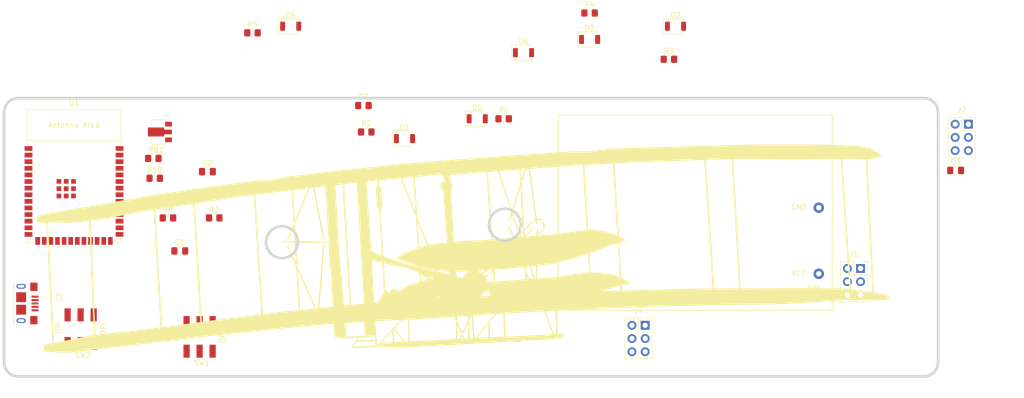
<source format=kicad_pcb>
(kicad_pcb (version 20211014) (generator pcbnew)
  (layers (0 "F.Cu" signal) (31 "B.Cu" signal) (34 "B.Paste" user) (35 "F.Paste" user) (36 "B.SilkS" user "B.Silkscreen") (37 "F.SilkS" user "F.Silkscreen") (38 "B.Mask" user) (39 "F.Mask" user) (44 "Edge.Cuts" user))
  (net 0 "")
  (net 1 "Net-(R1-Pad2)")
  (net 2 "WiFi_On{slash}Off")
  (net 3 "GND")
  (net 4 "VUSB")
  (net 5 "VBUS")
  (net 6 "Net-(BT1-Pad1)")
  (net 7 "VDD33")
  (net 8 "Net-(D1-Pad1)")
  (net 9 "Net-(D2-Pad1)")
  (net 10 "Net-(D3-Pad1)")
  (net 11 "Net-(D4-Pad1)")
  (net 12 "Net-(D5-Pad1)")
  (net 13 "Net-(D6-Pad1)")
  (net 14 "EN")
  (net 15 "SDA")
  (net 16 "SCL")
  (net 17 "LED1")
  (net 18 "LED2")
  (net 19 "LED3")
  (net 20 "LED4")
  (net 21 "LED5")
  (net 22 "LED6")
  (net 28 "Net-(J3-Pad2)")
  (net 29 "Net-(J3-Pad3)")
  (net 32 "GPIO1")
  (net 33 "GPIO2")
  (net 37 "Boot_Button")
  (net 46 "Net-(J4-Pad2)")
  (net 47 "Net-(J4-Pad1)")
  (net 51 "Net-(J3-PadS1)")
  (footprint "Connector_PinSocket_2.54mm:PinSocket_2x03_P2.54mm_Vertical" (layer "F.Cu") (at 249.315 68.355)
    (fp_text reference "J2" (at -1.27 -2.77) (layer "F.SilkS"))
    (fp_text value "Conn_02x03_Counter_Clockwise")
    (pad "1" thru_hole rect (at 0 0) (size 1.7 1.7) (drill 1) (layers *.Cu *.Mask) (net 7 "VDD33"))
    (pad "2" thru_hole oval (at -2.54 0) (size 1.7 1.7) (drill 1) (layers *.Cu *.Mask) (net 3 "GND"))
    (pad "3" thru_hole oval (at 0 2.54) (size 1.7 1.7) (drill 1) (layers *.Cu *.Mask) (net 15 "SDA"))
    (pad "4" thru_hole oval (at -2.54 2.54) (size 1.7 1.7) (drill 1) (layers *.Cu *.Mask) (net 16 "SCL"))
    (pad "5" thru_hole oval (at 0 5.08) (size 1.7 1.7) (drill 1) (layers *.Cu *.Mask) (net 32 "GPIO1"))
    (pad "6" thru_hole oval (at -2.54 5.08) (size 1.7 1.7) (drill 1) (layers *.Cu *.Mask) (net 33 "GPIO2"))
  )
  (footprint "2479_battery_holder:2479" (layer "F.Cu") (at 220.565 89.4)
    (fp_text reference "BT1" (at -0.87884 10.66292) (layer "F.SilkS"))
    (fp_text value "Battery_Cell")
    (fp_text user "GND" (at -3.81 -5.08) (layer "F.SilkS"))
    (fp_text user "VCC" (at -3.81 7.62) (layer "F.SilkS"))
    (pad "1" thru_hole circle locked (at 0 7.7) (size 2 2) (drill 1.02) (layers *.Cu *.Mask) (net 6 "Net-(BT1-Pad1)"))
    (pad "2" thru_hole circle locked (at 0 -5) (size 2 2) (drill 1.02) (layers *.Cu *.Mask) (net 3 "GND"))
  )
  (footprint "Resistor_SMD:R_0805_2012Metric_Pad1.20x1.40mm_HandSolder" (layer "F.Cu") (at 133.62 69.85)
    (fp_text reference "R2" (at 0 -1.65) (layer "F.SilkS"))
    (fp_text value "330")
    (pad "1" smd roundrect (at -1 0) (size 1.2 1.4) (layers "F.Cu" "F.Paste" "F.Mask") (roundrect_rratio 0.208333) (net 8 "Net-(D1-Pad1)"))
    (pad "2" smd roundrect (at 1 0) (size 1.2 1.4) (layers "F.Cu" "F.Paste" "F.Mask") (roundrect_rratio 0.208333) (net 3 "GND"))
  )
  (footprint "LED_SMD:LED_1206_3216Metric_ReverseMount_Hole1.8x2.4mm" (layer "F.Cu") (at 154.94 67.31)
    (fp_text reference "D5" (at 0 -2.145) (layer "F.SilkS"))
    (fp_text value "LED")
    (pad "" np_thru_hole oval (at 0 0) (size 1.8 2.4) (drill oval 1.8 2.4) (layers *.Cu *.Mask))
    (pad "1" smd roundrect (at -1.55 0) (size 0.95 1.75) (layers "F.Cu" "F.Paste" "F.Mask") (roundrect_rratio 0.2) (net 12 "Net-(D5-Pad1)"))
    (pad "2" smd roundrect (at 1.55 0) (size 0.95 1.75) (layers "F.Cu" "F.Paste" "F.Mask") (roundrect_rratio 0.2) (net 21 "LED5"))
  )
  (footprint "LED_SMD:LED_1206_3216Metric_ReverseMount_Hole1.8x2.4mm" (layer "F.Cu") (at 193.04 49.53)
    (fp_text reference "D2" (at 0 -2.145) (layer "F.SilkS"))
    (fp_text value "LED")
    (pad "" np_thru_hole oval (at 0 0) (size 1.8 2.4) (drill oval 1.8 2.4) (layers *.Cu *.Mask))
    (pad "1" smd roundrect (at -1.55 0) (size 0.95 1.75) (layers "F.Cu" "F.Paste" "F.Mask") (roundrect_rratio 0.2) (net 9 "Net-(D2-Pad1)"))
    (pad "2" smd roundrect (at 1.55 0) (size 0.95 1.75) (layers "F.Cu" "F.Paste" "F.Mask") (roundrect_rratio 0.2) (net 18 "LED2"))
  )
  (footprint "aerospace_badge:switch_JS202011SCQN" (layer "F.Cu") (at 101.6 109.22)
    (fp_text reference "SW1" (at 0.44196 5.04952) (layer "F.SilkS"))
    (fp_text value "SW_SPDT")
    (fp_text user "OFF" (at 4.37896 -0.16002 90) (layer "F.SilkS"))
    (fp_text user "ON" (at -4.35356 -0.18288 90) (layer "F.SilkS"))
    (pad "1" smd rect locked (at -2.5 -2.75) (size 1.2 2.5) (layers "F.Cu" "F.Paste" "F.Mask") (net 1 "Net-(R1-Pad2)"))
    (pad "1" smd rect locked (at -2.5 2.75) (size 1.2 2.5) (layers "F.Cu" "F.Paste" "F.Mask") (net 1 "Net-(R1-Pad2)"))
    (pad "2" smd rect locked (at 0 -2.75) (size 1.2 2.5) (layers "F.Cu" "F.Paste" "F.Mask") (net 2 "WiFi_On{slash}Off"))
    (pad "2" smd rect locked (at 0 2.75) (size 1.2 2.5) (layers "F.Cu" "F.Paste" "F.Mask") (net 2 "WiFi_On{slash}Off"))
    (pad "3" smd rect locked (at 2.5 -2.75) (size 1.2 2.5) (layers "F.Cu" "F.Paste" "F.Mask") (net 3 "GND"))
    (pad "3" smd rect locked (at 2.5 2.75) (size 1.2 2.5) (layers "F.Cu" "F.Paste" "F.Mask") (net 3 "GND"))
  )
  (footprint "Resistor_SMD:R_0805_2012Metric_Pad1.20x1.40mm_HandSolder" (layer "F.Cu") (at 104.41 86.36)
    (fp_text reference "R1" (at 0 -1.65) (layer "F.SilkS"))
    (fp_text value "5K")
    (pad "1" smd roundrect (at -1 0) (size 1.2 1.4) (layers "F.Cu" "F.Paste" "F.Mask") (roundrect_rratio 0.208333) (net 7 "VDD33"))
    (pad "2" smd roundrect (at 1 0) (size 1.2 1.4) (layers "F.Cu" "F.Paste" "F.Mask") (roundrect_rratio 0.208333) (net 1 "Net-(R1-Pad2)"))
  )
  (footprint "Resistor_SMD:R_0805_2012Metric_Pad1.20x1.40mm_HandSolder" (layer "F.Cu") (at 160.02 67.31)
    (fp_text reference "R6" (at 0 -1.65) (layer "F.SilkS"))
    (fp_text value "330")
    (pad "1" smd roundrect (at -1 0) (size 1.2 1.4) (layers "F.Cu" "F.Paste" "F.Mask") (roundrect_rratio 0.208333) (net 12 "Net-(D5-Pad1)"))
    (pad "2" smd roundrect (at 1 0) (size 1.2 1.4) (layers "F.Cu" "F.Paste" "F.Mask") (roundrect_rratio 0.208333) (net 3 "GND"))
  )
  (footprint "Package_TO_SOT_SMD:SOT-89-3" (layer "F.Cu") (at 93.98 69.85 180)
    (fp_text reference "U2" (at 0.3 -3.5) (layer "F.SilkS"))
    (fp_text value "HT75xx-1-SOT89")
    (pad "1" smd rect (at -1.65 -1.5 180) (size 1.3 0.9) (layers "F.Cu" "F.Paste" "F.Mask") (net 3 "GND"))
    (pad "2" smd custom (at -1.5625 0 180) (size 1.475 0.9) (layers "F.Cu" "F.Paste" "F.Mask") (net 5 "VBUS") (options (clearance outline) (anchor rect)) (primitives (gr_poly (pts (xy 3.8625 0.8665) (xy 0.7375 0.8665) (xy 0.7375 -0.8665) (xy 3.8625 -0.8665)) (width 0) (fill yes))))
    (pad "3" smd rect (at -1.65 1.5 180) (size 1.3 0.9) (layers "F.Cu" "F.Paste" "F.Mask") (net 7 "VDD33"))
  )
  (footprint "Capacitor_SMD:C_0805_2012Metric_Pad1.18x1.45mm_HandSolder" (layer "F.Cu") (at 246.855 77.235)
    (fp_text reference "C3" (at 0 -1.68) (layer "F.SilkS"))
    (fp_text value "1uF")
    (pad "1" smd roundrect (at -1.0375 0) (size 1.175 1.45) (layers "F.Cu" "F.Paste" "F.Mask") (roundrect_rratio 0.212766) (net 7 "VDD33"))
    (pad "2" smd roundrect (at 1.0375 0) (size 1.175 1.45) (layers "F.Cu" "F.Paste" "F.Mask") (roundrect_rratio 0.212766) (net 3 "GND"))
  )
  (footprint "Resistor_SMD:R_0805_2012Metric_Pad1.20x1.40mm_HandSolder" (layer "F.Cu") (at 92.98 78.74)
    (fp_text reference "R10" (at 0 -1.65) (layer "F.SilkS"))
    (fp_text value "4.7K")
    (pad "1" smd roundrect (at -1 0) (size 1.2 1.4) (layers "F.Cu" "F.Paste" "F.Mask") (roundrect_rratio 0.208333) (net 7 "VDD33"))
    (pad "2" smd roundrect (at 1 0) (size 1.2 1.4) (layers "F.Cu" "F.Paste" "F.Mask") (roundrect_rratio 0.208333) (net 16 "SCL"))
  )
  (footprint "Resistor_SMD:R_0805_2012Metric_Pad1.20x1.40mm_HandSolder" (layer "F.Cu") (at 95.52 86.36)
    (fp_text reference "R8" (at 0 -1.65) (layer "F.SilkS"))
    (fp_text value "10K")
    (pad "1" smd roundrect (at -1 0) (size 1.2 1.4) (layers "F.Cu" "F.Paste" "F.Mask") (roundrect_rratio 0.208333) (net 7 "VDD33"))
    (pad "2" smd roundrect (at 1 0) (size 1.2 1.4) (layers "F.Cu" "F.Paste" "F.Mask") (roundrect_rratio 0.208333) (net 14 "EN"))
  )
  (footprint "Resistor_SMD:R_0805_2012Metric_Pad1.20x1.40mm_HandSolder" (layer "F.Cu") (at 176.53 46.99)
    (fp_text reference "R4" (at 0 -1.65) (layer "F.SilkS"))
    (fp_text value "330")
    (pad "1" smd roundrect (at -1 0) (size 1.2 1.4) (layers "F.Cu" "F.Paste" "F.Mask") (roundrect_rratio 0.208333) (net 10 "Net-(D3-Pad1)"))
    (pad "2" smd roundrect (at 1 0) (size 1.2 1.4) (layers "F.Cu" "F.Paste" "F.Mask") (roundrect_rratio 0.208333) (net 3 "GND"))
  )
  (footprint "Connector_PinSocket_2.54mm:PinSocket_2x03_P2.54mm_Vertical" (layer "F.Cu") (at 228.595 96.075)
    (fp_text reference "J1" (at -1.27 -2.77) (layer "F.SilkS"))
    (fp_text value "Conn_02x03_Counter_Clockwise")
    (pad "1" thru_hole rect (at 0 0) (size 1.7 1.7) (drill 1) (layers *.Cu *.Mask) (net 7 "VDD33"))
    (pad "2" thru_hole oval (at -2.54 0) (size 1.7 1.7) (drill 1) (layers *.Cu *.Mask) (net 3 "GND"))
    (pad "3" thru_hole oval (at 0 2.54) (size 1.7 1.7) (drill 1) (layers *.Cu *.Mask) (net 15 "SDA"))
    (pad "4" thru_hole oval (at -2.54 2.54) (size 1.7 1.7) (drill 1) (layers *.Cu *.Mask) (net 16 "SCL"))
    (pad "5" thru_hole oval (at 0 5.08) (size 1.7 1.7) (drill 1) (layers *.Cu *.Mask) (net 32 "GPIO1"))
    (pad "6" thru_hole oval (at -2.54 5.08) (size 1.7 1.7) (drill 1) (layers *.Cu *.Mask) (net 33 "GPIO2"))
  )
  (footprint "Espressif:ESP32-S2-SOLO" (layer "F.Cu") (at 77.47 81.28)
    (fp_text reference "U1" (at 0 -17.05) (layer "F.SilkS"))
    (fp_text value "ESP32-S2-SOLO")
    (fp_text user "Antenna Area" (at 0 -12.75) (layer "F.SilkS"))
    (pad "1" smd rect (at -8.75 -8.26) (size 1.5 0.9) (layers "F.Cu" "F.Paste" "F.Mask") (net 3 "GND"))
    (pad "2" smd rect (at -8.75 -6.99) (size 1.5 0.9) (layers "F.Cu" "F.Paste" "F.Mask") (net 7 "VDD33"))
    (pad "3" smd rect (at -8.75 -5.72) (size 1.5 0.9) (layers "F.Cu" "F.Paste" "F.Mask") (net 14 "EN"))
    (pad "4" smd rect (at -8.75 -4.45) (size 1.5 0.9) (layers "F.Cu" "F.Paste" "F.Mask"))
    (pad "5" smd rect (at -8.75 -3.18) (size 1.5 0.9) (layers "F.Cu" "F.Paste" "F.Mask"))
    (pad "6" smd rect (at -8.75 -1.91) (size 1.5 0.9) (layers "F.Cu" "F.Paste" "F.Mask"))
    (pad "7" smd rect (at -8.75 -0.64) (size 1.5 0.9) (layers "F.Cu" "F.Paste" "F.Mask"))
    (pad "8" smd rect (at -8.75 0.63) (size 1.5 0.9) (layers "F.Cu" "F.Paste" "F.Mask") (net 20 "LED4"))
    (pad "9" smd rect (at -8.75 1.9) (size 1.5 0.9) (layers "F.Cu" "F.Paste" "F.Mask") (net 21 "LED5"))
    (pad "10" smd rect (at -8.75 3.17) (size 1.5 0.9) (layers "F.Cu" "F.Paste" "F.Mask") (net 22 "LED6"))
    (pad "11" smd rect (at -8.75 4.44) (size 1.5 0.9) (layers "F.Cu" "F.Paste" "F.Mask"))
    (pad "12" smd rect (at -8.75 5.71) (size 1.5 0.9) (layers "F.Cu" "F.Paste" "F.Mask") (net 15 "SDA"))
    (pad "13" smd rect (at -8.75 6.98) (size 1.5 0.9) (layers "F.Cu" "F.Paste" "F.Mask") (net 28 "Net-(J3-Pad2)"))
    (pad "14" smd rect (at -8.75 8.25) (size 1.5 0.9) (layers "F.Cu" "F.Paste" "F.Mask") (net 29 "Net-(J3-Pad3)"))
    (pad "15" smd rect (at -6.985 9.5 90) (size 1.5 0.9) (layers "F.Cu" "F.Paste" "F.Mask"))
    (pad "16" smd rect (at -5.715 9.5 90) (size 1.5 0.9) (layers "F.Cu" "F.Paste" "F.Mask"))
    (pad "17" smd rect (at -4.445 9.5 90) (size 1.5 0.9) (layers "F.Cu" "F.Paste" "F.Mask") (net 16 "SCL"))
    (pad "18" smd rect (at -3.175 9.5 90) (size 1.5 0.9) (layers "F.Cu" "F.Paste" "F.Mask") (net 32 "GPIO1"))
    (pad "19" smd rect (at -1.905 9.5 90) (size 1.5 0.9) (layers "F.Cu" "F.Paste" "F.Mask") (net 33 "GPIO2"))
    (pad "20" smd rect (at -0.635 9.5 90) (size 1.5 0.9) (layers "F.Cu" "F.Paste" "F.Mask") (net 17 "LED1"))
    (pad "21" smd rect (at 0.635 9.5 90) (size 1.5 0.9) (layers "F.Cu" "F.Paste" "F.Mask") (net 18 "LED2"))
    (pad "22" smd rect (at 1.905 9.5 90) (size 1.5 0.9) (layers "F.Cu" "F.Paste" "F.Mask") (net 19 "LED3"))
    (pad "23" smd rect (at 3.175 9.5 90) (size 1.5 0.9) (layers "F.Cu" "F.Paste" "F.Mask"))
    (pad "24" smd rect (at 4.445 9.5 90) (size 1.5 0.9) (layers "F.Cu" "F.Paste" "F.Mask"))
    (pad "25" smd rect (at 5.715 9.5 90) (size 1.5 0.9) (layers "F.Cu" "F.Paste" "F.Mask"))
    (pad "26" smd rect (at 6.985 9.5 90) (size 1.5 0.9) (layers "F.Cu" "F.Paste" "F.Mask") (net 2 "WiFi_On{slash}Off"))
    (pad "27" smd rect (at 8.75 8.25 180) (size 1.5 0.9) (layers "F.Cu" "F.Paste" "F.Mask") (net 37 "Boot_Button"))
    (pad "28" smd rect (at 8.75 6.98 180) (size 1.5 0.9) (layers "F.Cu" "F.Paste" "F.Mask"))
    (pad "29" smd rect (at 8.75 5.71 180) (size 1.5 0.9) (layers "F.Cu" "F.Paste" "F.Mask"))
    (pad "30" smd rect (at 8.75 4.44 180) (size 1.5 0.9) (layers "F.Cu" "F.Paste" "F.Mask"))
    (pad "31" smd rect (at 8.75 3.17 180) (size 1.5 0.9) (layers "F.Cu" "F.Paste" "F.Mask"))
    (pad "32" smd rect (at 8.75 1.9 180) (size 1.5 0.9) (layers "F.Cu" "F.Paste" "F.Mask"))
    (pad "33" smd rect (at 8.75 0.63 180) (size 1.5 0.9) (layers "F.Cu" "F.Paste" "F.Mask"))
    (pad "34" smd rect (at 8.75 -0.64 180) (size 1.5 0.9) (layers "F.Cu" "F.Paste" "F.Mask"))
    (pad "35" smd rect (at 8.75 -1.91 180) (size 1.5 0.9) (layers "F.Cu" "F.Paste" "F.Mask"))
    (pad "36" smd rect (at 8.75 -3.18 180) (size 1.5 0.9) (layers "F.Cu" "F.Paste" "F.Mask") (net 46 "Net-(J4-Pad2)"))
    (pad "37" smd rect (at 8.75 -4.45 180) (size 1.5 0.9) (layers "F.Cu" "F.Paste" "F.Mask") (net 47 "Net-(J4-Pad1)"))
    (pad "38" smd rect (at 8.75 -5.72 180) (size 1.5 0.9) (layers "F.Cu" "F.Paste" "F.Mask"))
    (pad "39" smd rect (at 8.75 -6.99 180) (size 1.5 0.9) (layers "F.Cu" "F.Paste" "F.Mask"))
    (pad "40" smd rect (at 8.75 -8.26 180) (size 1.5 0.9) (layers "F.Cu" "F.Paste" "F.Mask") (net 3 "GND"))
    (pad "41" smd rect (at -2.9 -1.94 180) (size 0.9 0.9) (layers "F.Cu" "F.Paste" "F.Mask") (net 3 "GND"))
    (pad "41" smd rect (at -0.1 0.86 180) (size 0.9 0.9) (layers "F.Cu" "F.Paste" "F.Mask") (net 3 "GND"))
    (pad "41" smd rect (at -0.1 -1.94 180) (size 0.9 0.9) (layers "F.Cu" "F.Paste" "F.Mask") (net 3 "GND"))
    (pad "41" smd rect (at -0.1 -0.54 180) (size 0.9 0.9) (layers "F.Cu" "F.Paste" "F.Mask") (net 3 "GND"))
    (pad "41" smd rect (at -2.9 -0.54 180) (size 0.9 0.9) (layers "F.Cu" "F.Paste" "F.Mask") (net 3 "GND"))
    (pad "41" smd rect (at -1.5 -1.94 180) (size 0.9 0.9) (layers "F.Cu" "F.Paste" "F.Mask") (net 3 "GND"))
    (pad "41" smd rect (at -1.5 0.86 180) (size 0.9 0.9) (layers "F.Cu" "F.Paste" "F.Mask") (net 3 "GND"))
    (pad "41" smd rect (at -1.5 -0.54 180) (size 0.9 0.9) (layers "F.Cu" "F.Paste" "F.Mask") (net 3 "GND"))
    (pad "41" smd rect (at -2.9 0.86 180) (size 0.9 0.9) (layers "F.Cu" "F.Paste" "F.Mask") (net 3 "GND"))
  )
  (footprint "LED_SMD:LED_1206_3216Metric_ReverseMount_Hole1.8x2.4mm" (layer "F.Cu") (at 163.83 54.61)
    (fp_text reference "D6" (at 0 -2.145) (layer "F.SilkS"))
    (fp_text value "LED")
    (pad "" np_thru_hole oval (at 0 0) (size 1.8 2.4) (drill oval 1.8 2.4) (layers *.Cu *.Mask))
    (pad "1" smd roundrect (at -1.55 0) (size 0.95 1.75) (layers "F.Cu" "F.Paste" "F.Mask") (roundrect_rratio 0.2) (net 13 "Net-(D6-Pad1)"))
    (pad "2" smd roundrect (at 1.55 0) (size 0.95 1.75) (layers "F.Cu" "F.Paste" "F.Mask") (roundrect_rratio 0.2) (net 22 "LED6"))
  )
  (footprint "Resistor_SMD:R_0805_2012Metric_Pad1.20x1.40mm_HandSolder" (layer "F.Cu") (at 111.76 50.8)
    (fp_text reference "R5" (at 0 -1.65) (layer "F.SilkS"))
    (fp_text value "330")
    (pad "1" smd roundrect (at -1 0) (size 1.2 1.4) (layers "F.Cu" "F.Paste" "F.Mask") (roundrect_rratio 0.208333) (net 11 "Net-(D4-Pad1)"))
    (pad "2" smd roundrect (at 1 0) (size 1.2 1.4) (layers "F.Cu" "F.Paste" "F.Mask") (roundrect_rratio 0.208333) (net 3 "GND"))
  )
  (footprint "10118193-0001LF:AMPHENOL_10118193-0001LF" (layer "F.Cu") (at 67.31 102.8 -90)
    (fp_text reference "J3" (at -1.145 -7.375 90) (layer "F.SilkS"))
    (fp_text value "10118193-0001LF")
    (pad "1" smd rect locked (at -1.3 -2.675 270) (size 0.4 1.35) (layers "F.Cu" "F.Paste" "F.Mask") (net 4 "VUSB"))
    (pad "2" smd rect locked (at -0.65 -2.675 270) (size 0.4 1.35) (layers "F.Cu" "F.Paste" "F.Mask") (net 28 "Net-(J3-Pad2)"))
    (pad "3" smd rect locked (at 0 -2.675 270) (size 0.4 1.35) (layers "F.Cu" "F.Paste" "F.Mask") (net 29 "Net-(J3-Pad3)"))
    (pad "4" smd rect locked (at 0.65 -2.675 270) (size 0.4 1.35) (layers "F.Cu" "F.Paste" "F.Mask"))
    (pad "5" smd rect locked (at 1.3 -2.675 270) (size 0.4 1.35) (layers "F.Cu" "F.Paste" "F.Mask") (net 3 "GND"))
    (pad "S1" smd rect locked (at -3.2 -2.45 270) (size 1.6 1.4) (layers "F.Cu" "F.Paste" "F.Mask") (net 51 "Net-(J3-PadS1)"))
    (pad "S2" smd rect locked (at 3.2 -2.45 270) (size 1.6 1.4) (layers "F.Cu" "F.Paste" "F.Mask") (net 51 "Net-(J3-PadS1)"))
    (pad "S3" smd rect locked (at 1.2 0 270) (size 1.9 1.9) (layers "F.Cu" "F.Paste" "F.Mask") (net 51 "Net-(J3-PadS1)"))
    (pad "S4" smd rect locked (at -1.2 0 270) (size 1.9 1.9) (layers "F.Cu" "F.Paste" "F.Mask") (net 51 "Net-(J3-PadS1)"))
    (pad "S5" thru_hole oval locked (at -3.3 0 270) (size 0.9 1.8) (drill oval 0.5 1.2) (layers *.Cu *.Mask) (net 51 "Net-(J3-PadS1)"))
    (pad "S6" thru_hole oval locked (at 3.3 0 270) (size 0.9 1.8) (drill oval 0.5 1.2) (layers *.Cu *.Mask) (net 51 "Net-(J3-PadS1)"))
  )
  (footprint "aerospace_badge:switch_JS202011SCQN" (layer "F.Cu") (at 78.74 107.74)
    (fp_text reference "SW2" (at 0.44196 5.04952) (layer "F.SilkS"))
    (fp_text value "SW_SPDT")
    (fp_text user "OFF" (at 4.37896 -0.16002 90) (layer "F.SilkS"))
    (fp_text user "ON" (at -4.35356 -0.18288 90) (layer "F.SilkS"))
    (pad "1" smd rect locked (at -2.5 -2.75) (size 1.2 2.5) (layers "F.Cu" "F.Paste" "F.Mask") (net 4 "VUSB"))
    (pad "1" smd rect locked (at -2.5 2.75) (size 1.2 2.5) (layers "F.Cu" "F.Paste" "F.Mask") (net 4 "VUSB"))
    (pad "2" smd rect locked (at 0 2.75) (size 1.2 2.5) (layers "F.Cu" "F.Paste" "F.Mask") (net 5 "VBUS"))
    (pad "2" smd rect locked (at 0 -2.75) (size 1.2 2.5) (layers "F.Cu" "F.Paste" "F.Mask") (net 5 "VBUS"))
    (pad "3" smd rect locked (at 2.5 -2.75) (size 1.2 2.5) (layers "F.Cu" "F.Paste" "F.Mask") (net 6 "Net-(BT1-Pad1)"))
    (pad "3" smd rect locked (at 2.5 2.75) (size 1.2 2.5) (layers "F.Cu" "F.Paste" "F.Mask") (net 6 "Net-(BT1-Pad1)"))
  )
  (footprint "Resistor_SMD:R_0805_2012Metric_Pad1.20x1.40mm_HandSolder" (layer "F.Cu") (at 191.77 55.88)
    (fp_text reference "R3" (at 0 -1.65) (layer "F.SilkS"))
    (fp_text value "330")
    (pad "1" smd roundrect (at -1 0) (size 1.2 1.4) (layers "F.Cu" "F.Paste" "F.Mask") (roundrect_rratio 0.208333) (net 9 "Net-(D2-Pad1)"))
    (pad "2" smd roundrect (at 1 0) (size 1.2 1.4) (layers "F.Cu" "F.Paste" "F.Mask") (roundrect_rratio 0.208333) (net 3 "GND"))
  )
  (footprint "Resistor_SMD:R_0805_2012Metric_Pad1.20x1.40mm_HandSolder" (layer "F.Cu") (at 92.71 74.93)
    (fp_text reference "R9" (at 0 -1.65) (layer "F.SilkS"))
    (fp_text value "4.7K")
    (pad "1" smd roundrect (at -1 0) (size 1.2 1.4) (layers "F.Cu" "F.Paste" "F.Mask") (roundrect_rratio 0.208333) (net 7 "VDD33"))
    (pad "2" smd roundrect (at 1 0) (size 1.2 1.4) (layers "F.Cu" "F.Paste" "F.Mask") (roundrect_rratio 0.208333) (net 15 "SDA"))
  )
  (footprint "Capacitor_SMD:C_0805_2012Metric_Pad1.18x1.45mm_HandSolder" (layer "F.Cu") (at 97.79 92.71)
    (fp_text reference "C1" (at 0 -1.68) (layer "F.SilkS"))
    (fp_text value "1uF")
    (pad "1" smd roundrect (at -1.0375 0) (size 1.175 1.45) (layers "F.Cu" "F.Paste" "F.Mask") (roundrect_rratio 0.212766) (net 3 "GND"))
    (pad "2" smd roundrect (at 1.0375 0) (size 1.175 1.45) (layers "F.Cu" "F.Paste" "F.Mask") (roundrect_rratio 0.212766) (net 14 "EN"))
  )
  (footprint "LED_SMD:LED_1206_3216Metric_ReverseMount_Hole1.8x2.4mm" (layer "F.Cu") (at 176.53 52.07)
    (fp_text reference "D3" (at 0 -2.145) (layer "F.SilkS"))
    (fp_text value "LED")
    (pad "" np_thru_hole oval (at 0 0) (size 1.8 2.4) (drill oval 1.8 2.4) (layers *.Cu *.Mask))
    (pad "1" smd roundrect (at -1.55 0) (size 0.95 1.75) (layers "F.Cu" "F.Paste" "F.Mask") (roundrect_rratio 0.2) (net 10 "Net-(D3-Pad1)"))
    (pad "2" smd roundrect (at 1.55 0) (size 0.95 1.75) (layers "F.Cu" "F.Paste" "F.Mask") (roundrect_rratio 0.2) (net 19 "LED3"))
  )
  (footprint "Badge_Libraries:Wright_Flyer" (layer "F.Cu") (at 63.5 62.23)
    (fp_text reference "svg2mod" hide)
    (fp_text value "G***" hide)
    (fp_poly (pts (xy 99.859922 25.432366) (xy 99.623949 26.618685) (xy 98.951953 27.624397) (xy 97.946241 28.296393) (xy 96.759922 28.532366) (xy 95.573603 28.296393) (xy 94.567891 27.624397) (xy 93.895895 26.618685) (xy 93.659922 25.432366) (xy 93.895895 24.246047) (xy 94.567891 23.240335) (xy 95.573603 22.568339) (xy 96.759922 22.332366) (xy 97.946241 22.568339) (xy 98.951953 23.240335) (xy 99.623949 24.246047) (xy 99.859922 25.432366)) (layer "Edge.Cuts") (width 0.499999) (fill none))
    (fp_poly (pts (xy 57.034159 28.794117) (xy 56.798186 29.980436) (xy 56.12619 30.986148) (xy 55.120478 31.658144) (xy 53.934159 31.894117) (xy 52.74784 31.658144) (xy 51.742128 30.986148) (xy 51.070132 29.980436) (xy 50.834159 28.794117) (xy 51.070132 27.607798) (xy 51.742128 26.602086) (xy 52.74784 25.93009) (xy 53.934159 25.694117) (xy 55.120478 25.93009) (xy 56.12619 26.602086) (xy 56.798186 27.607798) (xy 57.034159 28.794117)) (layer "Edge.Cuts") (width 0.499999) (fill none))
    (fp_poly (pts (xy 3.093192 1.118772) (xy 2.108765 1.326342) (xy 1.274207 1.917452) (xy 0.716574 2.80211) (xy 0.520759 3.845635) (xy 0.520759 51.871158) (xy 0.716574 52.914683) (xy 1.274207 53.799341) (xy 2.108765 54.390451) (xy 3.093192 54.598021) (xy 177.427568 54.598021) (xy 178.411996 54.390451) (xy 179.246553 53.799341) (xy 179.804187 52.914683) (xy 180.000001 51.871158) (xy 180.000001 3.845635) (xy 179.804187 2.80211) (xy 179.246553 1.917452) (xy 178.411996 1.326342) (xy 177.427568 1.118772) (xy 3.093192 1.118772)) (layer "Edge.Cuts") (width 0.52075) (fill none))
  )
  (footprint "LED_SMD:LED_1206_3216Metric_ReverseMount_Hole1.8x2.4mm" (layer "F.Cu") (at 119.1 49.53)
    (fp_text reference "D4" (at 0 -2.145) (layer "F.SilkS"))
    (fp_text value "LED")
    (pad "" np_thru_hole oval (at 0 0) (size 1.8 2.4) (drill oval 1.8 2.4) (layers *.Cu *.Mask))
    (pad "1" smd roundrect (at -1.55 0) (size 0.95 1.75) (layers "F.Cu" "F.Paste" "F.Mask") (roundrect_rratio 0.2) (net 11 "Net-(D4-Pad1)"))
    (pad "2" smd roundrect (at 1.55 0) (size 0.95 1.75) (layers "F.Cu" "F.Paste" "F.Mask") (roundrect_rratio 0.2) (net 20 "LED4"))
  )
  (footprint "Resistor_SMD:R_0805_2012Metric_Pad1.20x1.40mm_HandSolder" (layer "F.Cu") (at 133.08 64.77)
    (fp_text reference "R7" (at 0 -1.65) (layer "F.SilkS"))
    (fp_text value "330")
    (pad "1" smd roundrect (at -1 0) (size 1.2 1.4) (layers "F.Cu" "F.Paste" "F.Mask") (roundrect_rratio 0.208333) (net 13 "Net-(D6-Pad1)"))
    (pad "2" smd roundrect (at 1 0) (size 1.2 1.4) (layers "F.Cu" "F.Paste" "F.Mask") (roundrect_rratio 0.208333) (net 3 "GND"))
  )
  (footprint "LED_SMD:LED_1206_3216Metric_ReverseMount_Hole1.8x2.4mm" (layer "F.Cu") (at 140.97 71.12)
    (fp_text reference "D1" (at 0 -2.145) (layer "F.SilkS"))
    (fp_text value "LED")
    (pad "" np_thru_hole oval (at 0 0) (size 1.8 2.4) (drill oval 1.8 2.4) (layers *.Cu *.Mask))
    (pad "1" smd roundrect (at -1.55 0) (size 0.95 1.75) (layers "F.Cu" "F.Paste" "F.Mask") (roundrect_rratio 0.2) (net 8 "Net-(D1-Pad1)"))
    (pad "2" smd roundrect (at 1.55 0) (size 0.95 1.75) (layers "F.Cu" "F.Paste" "F.Mask") (roundrect_rratio 0.2) (net 17 "LED1"))
  )
  (footprint "Capacitor_SMD:C_0805_2012Metric_Pad1.18x1.45mm_HandSolder" (layer "F.Cu") (at 103.1025 77.47)
    (fp_text reference "C2" (at 0 -1.68) (layer "F.SilkS"))
    (fp_text value "100pF")
    (pad "1" smd roundrect (at -1.0375 0) (size 1.175 1.45) (layers "F.Cu" "F.Paste" "F.Mask") (roundrect_rratio 0.212766) (net 7 "VDD33"))
    (pad "2" smd roundrect (at 1.0375 0) (size 1.175 1.45) (layers "F.Cu" "F.Paste" "F.Mask") (roundrect_rratio 0.212766) (net 3 "GND"))
  )
  (footprint "Connector_PinSocket_2.54mm:PinSocket_2x03_P2.54mm_Vertical" (layer "F.Cu") (at 187.215 106.995)
    (fp_text reference "J4" (at -1.27 -2.77) (layer "F.SilkS"))
    (fp_text value "Conn_02x03_Counter_Clockwise")
    (pad "1" thru_hole rect (at 0 0) (size 1.7 1.7) (drill 1) (layers *.Cu *.Mask) (net 47 "Net-(J4-Pad1)"))
    (pad "2" thru_hole oval (at -2.54 0) (size 1.7 1.7) (drill 1) (layers *.Cu *.Mask) (net 46 "Net-(J4-Pad2)"))
    (pad "3" thru_hole oval (at 0 2.54) (size 1.7 1.7) (drill 1) (layers *.Cu *.Mask) (net 3 "GND"))
    (pad "4" thru_hole oval (at -2.54 2.54) (size 1.7 1.7) (drill 1) (layers *.Cu *.Mask) (net 5 "VBUS"))
    (pad "5" thru_hole oval (at 0 5.08) (size 1.7 1.7) (drill 1) (layers *.Cu *.Mask) (net 37 "Boot_Button"))
    (pad "6" thru_hole oval (at -2.54 5.08) (size 1.7 1.7) (drill 1) (layers *.Cu *.Mask) (net 14 "EN"))
  )
)
</source>
